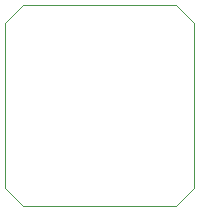
<source format=gbr>
G04 #@! TF.GenerationSoftware,KiCad,Pcbnew,(5.0.0)*
G04 #@! TF.CreationDate,2020-07-01T14:31:40-04:00*
G04 #@! TF.ProjectId,status_leds,7374617475735F6C6564732E6B696361,rev?*
G04 #@! TF.SameCoordinates,Original*
G04 #@! TF.FileFunction,Profile,NP*
%FSLAX46Y46*%
G04 Gerber Fmt 4.6, Leading zero omitted, Abs format (unit mm)*
G04 Created by KiCad (PCBNEW (5.0.0)) date 07/01/20 14:31:40*
%MOMM*%
%LPD*%
G01*
G04 APERTURE LIST*
%ADD10C,0.050000*%
G04 APERTURE END LIST*
D10*
X110000000Y-77000000D02*
X111506000Y-75488800D01*
X95504000Y-75514200D02*
X97000000Y-77000000D01*
X97000000Y-60000000D02*
X95504000Y-61493400D01*
X110000000Y-60000000D02*
X111506000Y-61518800D01*
X95504000Y-75514200D02*
X95504000Y-61493400D01*
X110000000Y-77000000D02*
X97000000Y-77000000D01*
X111506000Y-61518800D02*
X111506000Y-75488800D01*
X97000000Y-60000000D02*
X110000000Y-60000000D01*
M02*

</source>
